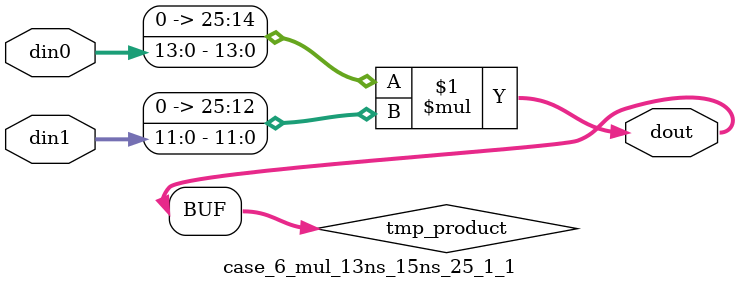
<source format=v>

`timescale 1 ns / 1 ps

 (* use_dsp = "no" *)  module case_6_mul_13ns_15ns_25_1_1(din0, din1, dout);
parameter ID = 1;
parameter NUM_STAGE = 0;
parameter din0_WIDTH = 14;
parameter din1_WIDTH = 12;
parameter dout_WIDTH = 26;

input [din0_WIDTH - 1 : 0] din0; 
input [din1_WIDTH - 1 : 0] din1; 
output [dout_WIDTH - 1 : 0] dout;

wire signed [dout_WIDTH - 1 : 0] tmp_product;
























assign tmp_product = $signed({1'b0, din0}) * $signed({1'b0, din1});











assign dout = tmp_product;





















endmodule

</source>
